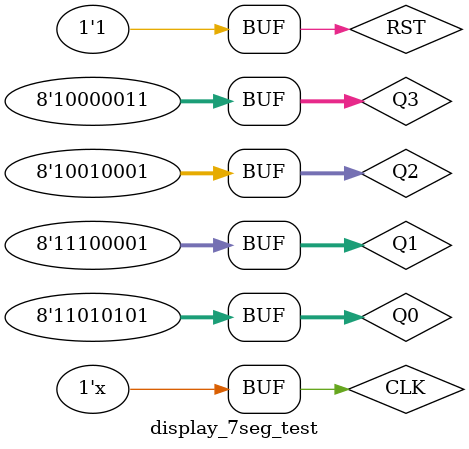
<source format=v>
`timescale 1ns / 1ps

`define DIGIT_N 4
`define SEGMENT_N 8
`define H_BITS_ `SEGMENT_N'b1001000_1
`define N_BITS_ `SEGMENT_N'b1101010_1
`define T_BITS_ `SEGMENT_N'b1110000_1
`define U_BITS_ `SEGMENT_N'b1000001_1

module display_7seg_test();

reg CLK;
reg RST;
wire [`DIGIT_N-1:0]D_SEL;
wire [`SEGMENT_N-1:0]D_OUT;
wire [`SEGMENT_N-1:0]Q0;
wire [`SEGMENT_N-1:0]Q1;
wire [`SEGMENT_N-1:0]Q2;
wire [`SEGMENT_N-1:0]Q3;

assign Q0 = `N_BITS_;
assign Q1 = `T_BITS_;
assign Q2 = `H_BITS_;
assign Q3 = `U_BITS_;

display_7seg U0(.clk(CLK), .rst(RST), .d0(Q0), .d1(Q1), .d2(Q2), .d3(Q3), .d_sel(D_SEL), .d_out(D_OUT));

initial
begin
    CLK = 0;
    RST = 0;
    #10 RST = 1;
    #10 RST = 0;
//    #10 RST = 0;
    #10 RST = 1;
end

always
begin
    #10; CLK = ~CLK;
end

endmodule

</source>
